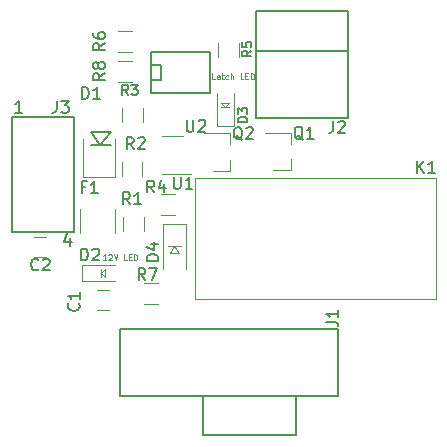
<source format=gbr>
G04 #@! TF.FileFunction,Legend,Top*
%FSLAX46Y46*%
G04 Gerber Fmt 4.6, Leading zero omitted, Abs format (unit mm)*
G04 Created by KiCad (PCBNEW 4.0.7-e2-6376~58~ubuntu16.04.1) date Fri Apr  6 19:10:20 2018*
%MOMM*%
%LPD*%
G01*
G04 APERTURE LIST*
%ADD10C,0.100000*%
%ADD11C,0.067000*%
%ADD12C,0.120000*%
%ADD13C,0.150000*%
%ADD14C,0.200000*%
G04 APERTURE END LIST*
D10*
D11*
X157795151Y-96045150D02*
X157557056Y-96045150D01*
X157557056Y-95545150D01*
X158176103Y-96045150D02*
X158176103Y-95783246D01*
X158152294Y-95735627D01*
X158104675Y-95711817D01*
X158009437Y-95711817D01*
X157961818Y-95735627D01*
X158176103Y-96021341D02*
X158128484Y-96045150D01*
X158009437Y-96045150D01*
X157961818Y-96021341D01*
X157938008Y-95973722D01*
X157938008Y-95926103D01*
X157961818Y-95878484D01*
X158009437Y-95854674D01*
X158128484Y-95854674D01*
X158176103Y-95830865D01*
X158342770Y-95711817D02*
X158533246Y-95711817D01*
X158414199Y-95545150D02*
X158414199Y-95973722D01*
X158438008Y-96021341D01*
X158485627Y-96045150D01*
X158533246Y-96045150D01*
X158914198Y-96021341D02*
X158866579Y-96045150D01*
X158771341Y-96045150D01*
X158723722Y-96021341D01*
X158699913Y-95997531D01*
X158676103Y-95949912D01*
X158676103Y-95807055D01*
X158699913Y-95759436D01*
X158723722Y-95735627D01*
X158771341Y-95711817D01*
X158866579Y-95711817D01*
X158914198Y-95735627D01*
X159128484Y-96045150D02*
X159128484Y-95545150D01*
X159342769Y-96045150D02*
X159342769Y-95783246D01*
X159318960Y-95735627D01*
X159271341Y-95711817D01*
X159199912Y-95711817D01*
X159152293Y-95735627D01*
X159128484Y-95759436D01*
X160199912Y-96045150D02*
X159961817Y-96045150D01*
X159961817Y-95545150D01*
X160366579Y-95783246D02*
X160533245Y-95783246D01*
X160604674Y-96045150D02*
X160366579Y-96045150D01*
X160366579Y-95545150D01*
X160604674Y-95545150D01*
X160818960Y-96045150D02*
X160818960Y-95545150D01*
X160938007Y-95545150D01*
X161009436Y-95568960D01*
X161057055Y-95616579D01*
X161080864Y-95664198D01*
X161104674Y-95759436D01*
X161104674Y-95830865D01*
X161080864Y-95926103D01*
X161057055Y-95973722D01*
X161009436Y-96021341D01*
X160938007Y-96045150D01*
X160818960Y-96045150D01*
X148582369Y-111358810D02*
X148296655Y-111358810D01*
X148439512Y-111358810D02*
X148439512Y-110858810D01*
X148391893Y-110930239D01*
X148344274Y-110977858D01*
X148296655Y-111001668D01*
X148772845Y-110906430D02*
X148796655Y-110882620D01*
X148844274Y-110858810D01*
X148963321Y-110858810D01*
X149010940Y-110882620D01*
X149034750Y-110906430D01*
X149058559Y-110954049D01*
X149058559Y-111001668D01*
X149034750Y-111073096D01*
X148749036Y-111358810D01*
X149058559Y-111358810D01*
X149201416Y-110858810D02*
X149368083Y-111358810D01*
X149534749Y-110858810D01*
X150320463Y-111358810D02*
X150082368Y-111358810D01*
X150082368Y-110858810D01*
X150487130Y-111096906D02*
X150653796Y-111096906D01*
X150725225Y-111358810D02*
X150487130Y-111358810D01*
X150487130Y-110858810D01*
X150725225Y-110858810D01*
X150939511Y-111358810D02*
X150939511Y-110858810D01*
X151058558Y-110858810D01*
X151129987Y-110882620D01*
X151177606Y-110930239D01*
X151201415Y-110977858D01*
X151225225Y-111073096D01*
X151225225Y-111144525D01*
X151201415Y-111239763D01*
X151177606Y-111287382D01*
X151129987Y-111335001D01*
X151058558Y-111358810D01*
X150939511Y-111358810D01*
D12*
X149577500Y-91944300D02*
X150777500Y-91944300D01*
X150777500Y-93704300D02*
X149577500Y-93704300D01*
D13*
X169020260Y-93599620D02*
X169020260Y-90289620D01*
X169020260Y-90289620D02*
X161220260Y-90289620D01*
X161220260Y-90289620D02*
X161220260Y-93599620D01*
X161220260Y-93599620D02*
X161220260Y-99321620D01*
X169020260Y-93599620D02*
X169020260Y-99321620D01*
X161220260Y-93599620D02*
X169020260Y-93599620D01*
X161220260Y-99321620D02*
X169020260Y-99321620D01*
D12*
X150018860Y-108882740D02*
X150018860Y-107682740D01*
X151778860Y-107682740D02*
X151778860Y-108882740D01*
X151651860Y-103034540D02*
X151651860Y-104234540D01*
X149891860Y-104234540D02*
X149891860Y-103034540D01*
X151687420Y-98493020D02*
X151687420Y-99693020D01*
X149927420Y-99693020D02*
X149927420Y-98493020D01*
X153245260Y-105761900D02*
X154445260Y-105761900D01*
X154445260Y-107521900D02*
X153245260Y-107521900D01*
X158060500Y-94186300D02*
X158060500Y-92986300D01*
X159820500Y-92986300D02*
X159820500Y-94186300D01*
X164201380Y-103710860D02*
X164201380Y-102780860D01*
X164201380Y-100550860D02*
X164201380Y-101480860D01*
X164201380Y-100550860D02*
X162041380Y-100550860D01*
X164201380Y-103710860D02*
X162741380Y-103710860D01*
X147806280Y-115591960D02*
X148806280Y-115591960D01*
X148806280Y-113891960D02*
X147806280Y-113891960D01*
X156086500Y-114657020D02*
X176526500Y-114657020D01*
X176526500Y-114657020D02*
X176526500Y-104357020D01*
X156086500Y-114657020D02*
X156086500Y-104357020D01*
X156086500Y-104357020D02*
X176526500Y-104357020D01*
X146355620Y-109018580D02*
X146355620Y-107018580D01*
X149315620Y-107018580D02*
X149315620Y-109018580D01*
D14*
X148980400Y-100530100D02*
X148080400Y-101630100D01*
X147280400Y-100530100D02*
X148980400Y-100530100D01*
X148080400Y-101630100D02*
X147280400Y-100530100D01*
X147280400Y-101630100D02*
X148980400Y-101630100D01*
D12*
X146646900Y-104305100D02*
X149313900Y-104305100D01*
X149313900Y-104305100D02*
X149313900Y-101130100D01*
X146646900Y-104305100D02*
X146646900Y-101130100D01*
D10*
X154348180Y-110137460D02*
X153948180Y-110737460D01*
X153948180Y-110737460D02*
X154748180Y-110737460D01*
X154348180Y-110137460D02*
X154748180Y-110737460D01*
X153798180Y-110137460D02*
X154898180Y-110137460D01*
D12*
X155348180Y-108287460D02*
X153348180Y-108287460D01*
X153348180Y-108287460D02*
X153348180Y-112137460D01*
X155348180Y-108287460D02*
X155348180Y-112137460D01*
X159050260Y-103771820D02*
X159050260Y-102841820D01*
X159050260Y-100611820D02*
X159050260Y-101541820D01*
X159050260Y-100611820D02*
X156890260Y-100611820D01*
X159050260Y-103771820D02*
X157590260Y-103771820D01*
X151794920Y-113290460D02*
X152994920Y-113290460D01*
X152994920Y-115050460D02*
X151794920Y-115050460D01*
X149577500Y-94484300D02*
X150777500Y-94484300D01*
X150777500Y-96244300D02*
X149577500Y-96244300D01*
D10*
X159013640Y-98421800D02*
X158663640Y-98421800D01*
X158663640Y-98421800D02*
X158313640Y-98421800D01*
X159013640Y-98071800D02*
X158663640Y-98421800D01*
X158963640Y-98071800D02*
X159013640Y-98071800D01*
X159013640Y-98071800D02*
X158963640Y-98071800D01*
X158313640Y-98071800D02*
X158963640Y-98071800D01*
X158363640Y-98121800D02*
X158313640Y-98071800D01*
X158663640Y-98421800D02*
X158363640Y-98121800D01*
D12*
X157963640Y-100021800D02*
X159363640Y-100021800D01*
X159363640Y-100021800D02*
X159363640Y-97221800D01*
X157963640Y-100021800D02*
X157963640Y-97221800D01*
D10*
X148097900Y-112798340D02*
X148097900Y-112448340D01*
X148097900Y-112448340D02*
X148097900Y-112098340D01*
X148447900Y-112798340D02*
X148097900Y-112448340D01*
X148447900Y-112748340D02*
X148447900Y-112798340D01*
X148447900Y-112798340D02*
X148447900Y-112748340D01*
X148447900Y-112098340D02*
X148447900Y-112748340D01*
X148397900Y-112148340D02*
X148447900Y-112098340D01*
X148097900Y-112448340D02*
X148397900Y-112148340D01*
D12*
X146497900Y-111748340D02*
X146497900Y-113148340D01*
X146497900Y-113148340D02*
X149297900Y-113148340D01*
X146497900Y-111748340D02*
X149297900Y-111748340D01*
D13*
X156813120Y-122882040D02*
X156813120Y-126192040D01*
X156813120Y-126192040D02*
X164613120Y-126192040D01*
X164613120Y-126192040D02*
X164613120Y-122882040D01*
X168213120Y-122882040D02*
X168213120Y-117160040D01*
X149713120Y-122882040D02*
X149713120Y-117160040D01*
X168213120Y-122882040D02*
X149713120Y-122882040D01*
X168213120Y-117160040D02*
X149713120Y-117160040D01*
X140565360Y-108959600D02*
X145865360Y-108959600D01*
X140565360Y-99269600D02*
X145865360Y-99269600D01*
X140565360Y-108959600D02*
X140565360Y-99269600D01*
X145865360Y-108959600D02*
X145865360Y-99269600D01*
D12*
X142507080Y-111121560D02*
X143507080Y-111121560D01*
X143507080Y-109421560D02*
X142507080Y-109421560D01*
X155072920Y-100873920D02*
X153272920Y-100873920D01*
X153272920Y-104093920D02*
X155722920Y-104093920D01*
D13*
X157379040Y-93758280D02*
X152379040Y-93758280D01*
X152379040Y-97158280D02*
X152379040Y-93758280D01*
X152449040Y-94823280D02*
X153211040Y-94823280D01*
X153211040Y-94823280D02*
X153211040Y-96093280D01*
X153211040Y-96093280D02*
X152449040Y-96093280D01*
X157379040Y-97158280D02*
X157379040Y-93758280D01*
X157379040Y-97158280D02*
X152379040Y-97158280D01*
X148470881Y-92990966D02*
X147994690Y-93324300D01*
X148470881Y-93562395D02*
X147470881Y-93562395D01*
X147470881Y-93181442D01*
X147518500Y-93086204D01*
X147566119Y-93038585D01*
X147661357Y-92990966D01*
X147804214Y-92990966D01*
X147899452Y-93038585D01*
X147947071Y-93086204D01*
X147994690Y-93181442D01*
X147994690Y-93562395D01*
X147470881Y-92133823D02*
X147470881Y-92324300D01*
X147518500Y-92419538D01*
X147566119Y-92467157D01*
X147708976Y-92562395D01*
X147899452Y-92610014D01*
X148280405Y-92610014D01*
X148375643Y-92562395D01*
X148423262Y-92514776D01*
X148470881Y-92419538D01*
X148470881Y-92229061D01*
X148423262Y-92133823D01*
X148375643Y-92086204D01*
X148280405Y-92038585D01*
X148042310Y-92038585D01*
X147947071Y-92086204D01*
X147899452Y-92133823D01*
X147851833Y-92229061D01*
X147851833Y-92419538D01*
X147899452Y-92514776D01*
X147947071Y-92562395D01*
X148042310Y-92610014D01*
X167789267Y-99579181D02*
X167789267Y-100293467D01*
X167741647Y-100436324D01*
X167646409Y-100531562D01*
X167503552Y-100579181D01*
X167408314Y-100579181D01*
X168217838Y-99674419D02*
X168265457Y-99626800D01*
X168360695Y-99579181D01*
X168598791Y-99579181D01*
X168694029Y-99626800D01*
X168741648Y-99674419D01*
X168789267Y-99769657D01*
X168789267Y-99864895D01*
X168741648Y-100007752D01*
X168170219Y-100579181D01*
X168789267Y-100579181D01*
X150574714Y-106616801D02*
X150241380Y-106140610D01*
X150003285Y-106616801D02*
X150003285Y-105616801D01*
X150384238Y-105616801D01*
X150479476Y-105664420D01*
X150527095Y-105712039D01*
X150574714Y-105807277D01*
X150574714Y-105950134D01*
X150527095Y-106045372D01*
X150479476Y-106092991D01*
X150384238Y-106140610D01*
X150003285Y-106140610D01*
X151527095Y-106616801D02*
X150955666Y-106616801D01*
X151241380Y-106616801D02*
X151241380Y-105616801D01*
X151146142Y-105759658D01*
X151050904Y-105854896D01*
X150955666Y-105902515D01*
X150899834Y-101953321D02*
X150566500Y-101477130D01*
X150328405Y-101953321D02*
X150328405Y-100953321D01*
X150709358Y-100953321D01*
X150804596Y-101000940D01*
X150852215Y-101048559D01*
X150899834Y-101143797D01*
X150899834Y-101286654D01*
X150852215Y-101381892D01*
X150804596Y-101429511D01*
X150709358Y-101477130D01*
X150328405Y-101477130D01*
X151280786Y-101048559D02*
X151328405Y-101000940D01*
X151423643Y-100953321D01*
X151661739Y-100953321D01*
X151756977Y-101000940D01*
X151804596Y-101048559D01*
X151852215Y-101143797D01*
X151852215Y-101239035D01*
X151804596Y-101381892D01*
X151233167Y-101953321D01*
X151852215Y-101953321D01*
X150425993Y-97356818D02*
X150140660Y-96949199D01*
X149936851Y-97356818D02*
X149936851Y-96500818D01*
X150262946Y-96500818D01*
X150344470Y-96541580D01*
X150385231Y-96582342D01*
X150425993Y-96663866D01*
X150425993Y-96786151D01*
X150385231Y-96867675D01*
X150344470Y-96908437D01*
X150262946Y-96949199D01*
X149936851Y-96949199D01*
X150711327Y-96500818D02*
X151241231Y-96500818D01*
X150955898Y-96826913D01*
X151078184Y-96826913D01*
X151159708Y-96867675D01*
X151200470Y-96908437D01*
X151241231Y-96989961D01*
X151241231Y-97193770D01*
X151200470Y-97275294D01*
X151159708Y-97316056D01*
X151078184Y-97356818D01*
X150833612Y-97356818D01*
X150752089Y-97316056D01*
X150711327Y-97275294D01*
X152632114Y-105605841D02*
X152298780Y-105129650D01*
X152060685Y-105605841D02*
X152060685Y-104605841D01*
X152441638Y-104605841D01*
X152536876Y-104653460D01*
X152584495Y-104701079D01*
X152632114Y-104796317D01*
X152632114Y-104939174D01*
X152584495Y-105034412D01*
X152536876Y-105082031D01*
X152441638Y-105129650D01*
X152060685Y-105129650D01*
X153489257Y-104939174D02*
X153489257Y-105605841D01*
X153251161Y-104558222D02*
X153013066Y-105272508D01*
X153632114Y-105272508D01*
X160877205Y-93620573D02*
X160496252Y-93887240D01*
X160877205Y-94077716D02*
X160077205Y-94077716D01*
X160077205Y-93772954D01*
X160115300Y-93696763D01*
X160153395Y-93658668D01*
X160229586Y-93620573D01*
X160343871Y-93620573D01*
X160420062Y-93658668D01*
X160458157Y-93696763D01*
X160496252Y-93772954D01*
X160496252Y-94077716D01*
X160077205Y-92896763D02*
X160077205Y-93277716D01*
X160458157Y-93315811D01*
X160420062Y-93277716D01*
X160381967Y-93201525D01*
X160381967Y-93011049D01*
X160420062Y-92934859D01*
X160458157Y-92896763D01*
X160534348Y-92858668D01*
X160724824Y-92858668D01*
X160801014Y-92896763D01*
X160839110Y-92934859D01*
X160877205Y-93011049D01*
X160877205Y-93201525D01*
X160839110Y-93277716D01*
X160801014Y-93315811D01*
X165240982Y-101154479D02*
X165145744Y-101106860D01*
X165050506Y-101011622D01*
X164907649Y-100868765D01*
X164812410Y-100821146D01*
X164717172Y-100821146D01*
X164764791Y-101059241D02*
X164669553Y-101011622D01*
X164574315Y-100916384D01*
X164526696Y-100725908D01*
X164526696Y-100392574D01*
X164574315Y-100202098D01*
X164669553Y-100106860D01*
X164764791Y-100059241D01*
X164955268Y-100059241D01*
X165050506Y-100106860D01*
X165145744Y-100202098D01*
X165193363Y-100392574D01*
X165193363Y-100725908D01*
X165145744Y-100916384D01*
X165050506Y-101011622D01*
X164955268Y-101059241D01*
X164764791Y-101059241D01*
X166145744Y-101059241D02*
X165574315Y-101059241D01*
X165860029Y-101059241D02*
X165860029Y-100059241D01*
X165764791Y-100202098D01*
X165669553Y-100297336D01*
X165574315Y-100344955D01*
X146240263Y-115012766D02*
X146287882Y-115060385D01*
X146335501Y-115203242D01*
X146335501Y-115298480D01*
X146287882Y-115441338D01*
X146192644Y-115536576D01*
X146097406Y-115584195D01*
X145906930Y-115631814D01*
X145764072Y-115631814D01*
X145573596Y-115584195D01*
X145478358Y-115536576D01*
X145383120Y-115441338D01*
X145335501Y-115298480D01*
X145335501Y-115203242D01*
X145383120Y-115060385D01*
X145430739Y-115012766D01*
X146335501Y-114060385D02*
X146335501Y-114631814D01*
X146335501Y-114346100D02*
X145335501Y-114346100D01*
X145478358Y-114441338D01*
X145573596Y-114536576D01*
X145621215Y-114631814D01*
X174902905Y-103957381D02*
X174902905Y-102957381D01*
X175474334Y-103957381D02*
X175045762Y-103385952D01*
X175474334Y-102957381D02*
X174902905Y-103528810D01*
X176426715Y-103957381D02*
X175855286Y-103957381D01*
X176141000Y-103957381D02*
X176141000Y-102957381D01*
X176045762Y-103100238D01*
X175950524Y-103195476D01*
X175855286Y-103243095D01*
X146824107Y-105160771D02*
X146490773Y-105160771D01*
X146490773Y-105684581D02*
X146490773Y-104684581D01*
X146966964Y-104684581D01*
X147871726Y-105684581D02*
X147300297Y-105684581D01*
X147586011Y-105684581D02*
X147586011Y-104684581D01*
X147490773Y-104827438D01*
X147395535Y-104922676D01*
X147300297Y-104970295D01*
X146531105Y-97696281D02*
X146531105Y-96696281D01*
X146769200Y-96696281D01*
X146912058Y-96743900D01*
X147007296Y-96839138D01*
X147054915Y-96934376D01*
X147102534Y-97124852D01*
X147102534Y-97267710D01*
X147054915Y-97458186D01*
X147007296Y-97553424D01*
X146912058Y-97648662D01*
X146769200Y-97696281D01*
X146531105Y-97696281D01*
X148054915Y-97696281D02*
X147483486Y-97696281D01*
X147769200Y-97696281D02*
X147769200Y-96696281D01*
X147673962Y-96839138D01*
X147578724Y-96934376D01*
X147483486Y-96981995D01*
X152997161Y-111423675D02*
X151997161Y-111423675D01*
X151997161Y-111185580D01*
X152044780Y-111042722D01*
X152140018Y-110947484D01*
X152235256Y-110899865D01*
X152425732Y-110852246D01*
X152568590Y-110852246D01*
X152759066Y-110899865D01*
X152854304Y-110947484D01*
X152949542Y-111042722D01*
X152997161Y-111185580D01*
X152997161Y-111423675D01*
X152330494Y-109995103D02*
X152997161Y-109995103D01*
X151949542Y-110233199D02*
X152663828Y-110471294D01*
X152663828Y-109852246D01*
X160100022Y-101179879D02*
X160004784Y-101132260D01*
X159909546Y-101037022D01*
X159766689Y-100894165D01*
X159671450Y-100846546D01*
X159576212Y-100846546D01*
X159623831Y-101084641D02*
X159528593Y-101037022D01*
X159433355Y-100941784D01*
X159385736Y-100751308D01*
X159385736Y-100417974D01*
X159433355Y-100227498D01*
X159528593Y-100132260D01*
X159623831Y-100084641D01*
X159814308Y-100084641D01*
X159909546Y-100132260D01*
X160004784Y-100227498D01*
X160052403Y-100417974D01*
X160052403Y-100751308D01*
X160004784Y-100941784D01*
X159909546Y-101037022D01*
X159814308Y-101084641D01*
X159623831Y-101084641D01*
X160433355Y-100179879D02*
X160480974Y-100132260D01*
X160576212Y-100084641D01*
X160814308Y-100084641D01*
X160909546Y-100132260D01*
X160957165Y-100179879D01*
X161004784Y-100275117D01*
X161004784Y-100370355D01*
X160957165Y-100513212D01*
X160385736Y-101084641D01*
X161004784Y-101084641D01*
X151887894Y-113037881D02*
X151554560Y-112561690D01*
X151316465Y-113037881D02*
X151316465Y-112037881D01*
X151697418Y-112037881D01*
X151792656Y-112085500D01*
X151840275Y-112133119D01*
X151887894Y-112228357D01*
X151887894Y-112371214D01*
X151840275Y-112466452D01*
X151792656Y-112514071D01*
X151697418Y-112561690D01*
X151316465Y-112561690D01*
X152221227Y-112037881D02*
X152887894Y-112037881D01*
X152459322Y-113037881D01*
X148470881Y-95530966D02*
X147994690Y-95864300D01*
X148470881Y-96102395D02*
X147470881Y-96102395D01*
X147470881Y-95721442D01*
X147518500Y-95626204D01*
X147566119Y-95578585D01*
X147661357Y-95530966D01*
X147804214Y-95530966D01*
X147899452Y-95578585D01*
X147947071Y-95626204D01*
X147994690Y-95721442D01*
X147994690Y-96102395D01*
X147899452Y-94959538D02*
X147851833Y-95054776D01*
X147804214Y-95102395D01*
X147708976Y-95150014D01*
X147661357Y-95150014D01*
X147566119Y-95102395D01*
X147518500Y-95054776D01*
X147470881Y-94959538D01*
X147470881Y-94769061D01*
X147518500Y-94673823D01*
X147566119Y-94626204D01*
X147661357Y-94578585D01*
X147708976Y-94578585D01*
X147804214Y-94626204D01*
X147851833Y-94673823D01*
X147899452Y-94769061D01*
X147899452Y-94959538D01*
X147947071Y-95054776D01*
X147994690Y-95102395D01*
X148089929Y-95150014D01*
X148280405Y-95150014D01*
X148375643Y-95102395D01*
X148423262Y-95054776D01*
X148470881Y-94959538D01*
X148470881Y-94769061D01*
X148423262Y-94673823D01*
X148375643Y-94626204D01*
X148280405Y-94578585D01*
X148089929Y-94578585D01*
X147994690Y-94626204D01*
X147947071Y-94673823D01*
X147899452Y-94769061D01*
X160534305Y-99670796D02*
X159734305Y-99670796D01*
X159734305Y-99480320D01*
X159772400Y-99366034D01*
X159848590Y-99289843D01*
X159924781Y-99251748D01*
X160077162Y-99213653D01*
X160191448Y-99213653D01*
X160343829Y-99251748D01*
X160420019Y-99289843D01*
X160496210Y-99366034D01*
X160534305Y-99480320D01*
X160534305Y-99670796D01*
X159734305Y-98946986D02*
X159734305Y-98451748D01*
X160039067Y-98718415D01*
X160039067Y-98604129D01*
X160077162Y-98527939D01*
X160115257Y-98489843D01*
X160191448Y-98451748D01*
X160381924Y-98451748D01*
X160458114Y-98489843D01*
X160496210Y-98527939D01*
X160534305Y-98604129D01*
X160534305Y-98832701D01*
X160496210Y-98908891D01*
X160458114Y-98946986D01*
X146452365Y-111366561D02*
X146452365Y-110366561D01*
X146690460Y-110366561D01*
X146833318Y-110414180D01*
X146928556Y-110509418D01*
X146976175Y-110604656D01*
X147023794Y-110795132D01*
X147023794Y-110937990D01*
X146976175Y-111128466D01*
X146928556Y-111223704D01*
X146833318Y-111318942D01*
X146690460Y-111366561D01*
X146452365Y-111366561D01*
X147404746Y-110461799D02*
X147452365Y-110414180D01*
X147547603Y-110366561D01*
X147785699Y-110366561D01*
X147880937Y-110414180D01*
X147928556Y-110461799D01*
X147976175Y-110557037D01*
X147976175Y-110652275D01*
X147928556Y-110795132D01*
X147357127Y-111366561D01*
X147976175Y-111366561D01*
X167229541Y-116584053D02*
X167943827Y-116584053D01*
X168086684Y-116631673D01*
X168181922Y-116726911D01*
X168229541Y-116869768D01*
X168229541Y-116965006D01*
X168229541Y-115584053D02*
X168229541Y-116155482D01*
X168229541Y-115869768D02*
X167229541Y-115869768D01*
X167372398Y-115965006D01*
X167467636Y-116060244D01*
X167515255Y-116155482D01*
X144400947Y-97872301D02*
X144400947Y-98586587D01*
X144353327Y-98729444D01*
X144258089Y-98824682D01*
X144115232Y-98872301D01*
X144019994Y-98872301D01*
X144781899Y-97872301D02*
X145400947Y-97872301D01*
X145067613Y-98253253D01*
X145210471Y-98253253D01*
X145305709Y-98300872D01*
X145353328Y-98348491D01*
X145400947Y-98443730D01*
X145400947Y-98681825D01*
X145353328Y-98777063D01*
X145305709Y-98824682D01*
X145210471Y-98872301D01*
X144924756Y-98872301D01*
X144829518Y-98824682D01*
X144781899Y-98777063D01*
X145498797Y-109473074D02*
X145498797Y-110139741D01*
X145260701Y-109092122D02*
X145022606Y-109806408D01*
X145641654Y-109806408D01*
X141443675Y-98851981D02*
X140872246Y-98851981D01*
X141157960Y-98851981D02*
X141157960Y-97851981D01*
X141062722Y-97994838D01*
X140967484Y-98090076D01*
X140872246Y-98137695D01*
X142840414Y-112128703D02*
X142792795Y-112176322D01*
X142649938Y-112223941D01*
X142554700Y-112223941D01*
X142411842Y-112176322D01*
X142316604Y-112081084D01*
X142268985Y-111985846D01*
X142221366Y-111795370D01*
X142221366Y-111652512D01*
X142268985Y-111462036D01*
X142316604Y-111366798D01*
X142411842Y-111271560D01*
X142554700Y-111223941D01*
X142649938Y-111223941D01*
X142792795Y-111271560D01*
X142840414Y-111319179D01*
X143221366Y-111319179D02*
X143268985Y-111271560D01*
X143364223Y-111223941D01*
X143602319Y-111223941D01*
X143697557Y-111271560D01*
X143745176Y-111319179D01*
X143792795Y-111414417D01*
X143792795Y-111509655D01*
X143745176Y-111652512D01*
X143173747Y-112223941D01*
X143792795Y-112223941D01*
X154310175Y-104298501D02*
X154310175Y-105108025D01*
X154357794Y-105203263D01*
X154405413Y-105250882D01*
X154500651Y-105298501D01*
X154691128Y-105298501D01*
X154786366Y-105250882D01*
X154833985Y-105203263D01*
X154881604Y-105108025D01*
X154881604Y-104298501D01*
X155881604Y-105298501D02*
X155310175Y-105298501D01*
X155595889Y-105298501D02*
X155595889Y-104298501D01*
X155500651Y-104441358D01*
X155405413Y-104536596D01*
X155310175Y-104584215D01*
X155397295Y-99467421D02*
X155397295Y-100276945D01*
X155444914Y-100372183D01*
X155492533Y-100419802D01*
X155587771Y-100467421D01*
X155778248Y-100467421D01*
X155873486Y-100419802D01*
X155921105Y-100372183D01*
X155968724Y-100276945D01*
X155968724Y-99467421D01*
X156397295Y-99562659D02*
X156444914Y-99515040D01*
X156540152Y-99467421D01*
X156778248Y-99467421D01*
X156873486Y-99515040D01*
X156921105Y-99562659D01*
X156968724Y-99657897D01*
X156968724Y-99753135D01*
X156921105Y-99895992D01*
X156349676Y-100467421D01*
X156968724Y-100467421D01*
M02*

</source>
